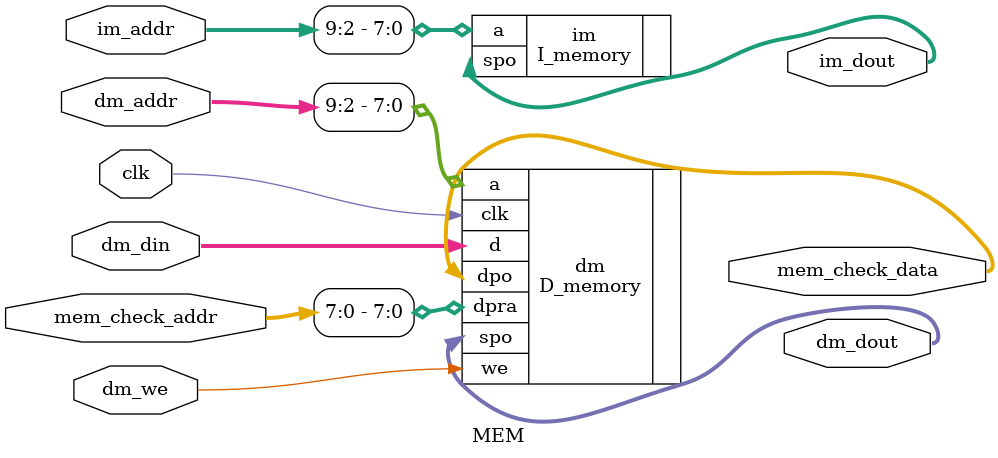
<source format=v>
module MEM(
    input clk,

    // MEM Data BUS with CPU
	// IM port
    input [31:0] im_addr,
    output [31:0] im_dout,
	
	// DM port
    input  [31:0] dm_addr,
    input dm_we,
    input  [31:0] dm_din,
    output [31:0] dm_dout,

    // MEM Debug BUS
    input [31:0] mem_check_addr,
    output [31:0] mem_check_data
);
   
   // TODO: Your IP here.
   // Remember that we need [9:2]?
   I_memory im
    (
        .a(im_addr[9:2]),      // input wire [7 : 0] a
        .spo(im_dout)  // output wire [31 : 0] spo
    );
    D_memory dm
    (
        .a(dm_addr[9:2]),        // input wire [7 : 0] a
        .d(dm_din),        // input wire [31 : 0] d
        .dpra(mem_check_addr[7:0]),  // input wire [7 : 0] dpra
        .clk(clk),    // input wire clk
        .we(dm_we),      // input wire we
        .spo(dm_dout),    // output wire [31 : 0] spo
        .dpo(mem_check_data)    // output wire [31 : 0] dpo
    );

endmodule
</source>
